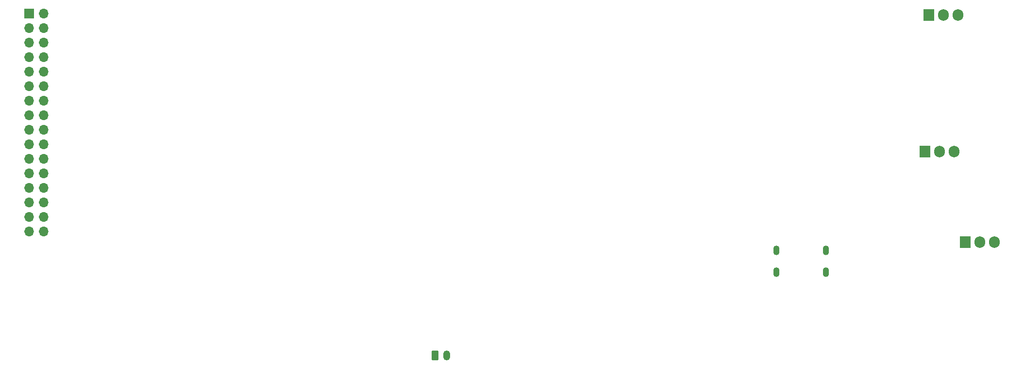
<source format=gbr>
%TF.GenerationSoftware,KiCad,Pcbnew,9.0.0*%
%TF.CreationDate,2025-03-28T10:26:18+02:00*%
%TF.ProjectId,MicroMousePower,4d696372-6f4d-46f7-9573-65506f776572,rev?*%
%TF.SameCoordinates,Original*%
%TF.FileFunction,Copper,L2,Bot*%
%TF.FilePolarity,Positive*%
%FSLAX46Y46*%
G04 Gerber Fmt 4.6, Leading zero omitted, Abs format (unit mm)*
G04 Created by KiCad (PCBNEW 9.0.0) date 2025-03-28 10:26:18*
%MOMM*%
%LPD*%
G01*
G04 APERTURE LIST*
G04 Aperture macros list*
%AMRoundRect*
0 Rectangle with rounded corners*
0 $1 Rounding radius*
0 $2 $3 $4 $5 $6 $7 $8 $9 X,Y pos of 4 corners*
0 Add a 4 corners polygon primitive as box body*
4,1,4,$2,$3,$4,$5,$6,$7,$8,$9,$2,$3,0*
0 Add four circle primitives for the rounded corners*
1,1,$1+$1,$2,$3*
1,1,$1+$1,$4,$5*
1,1,$1+$1,$6,$7*
1,1,$1+$1,$8,$9*
0 Add four rect primitives between the rounded corners*
20,1,$1+$1,$2,$3,$4,$5,0*
20,1,$1+$1,$4,$5,$6,$7,0*
20,1,$1+$1,$6,$7,$8,$9,0*
20,1,$1+$1,$8,$9,$2,$3,0*%
G04 Aperture macros list end*
%TA.AperFunction,ComponentPad*%
%ADD10R,1.905000X2.000000*%
%TD*%
%TA.AperFunction,ComponentPad*%
%ADD11O,1.905000X2.000000*%
%TD*%
%TA.AperFunction,ComponentPad*%
%ADD12RoundRect,0.250000X-0.350000X-0.625000X0.350000X-0.625000X0.350000X0.625000X-0.350000X0.625000X0*%
%TD*%
%TA.AperFunction,ComponentPad*%
%ADD13O,1.200000X1.750000*%
%TD*%
%TA.AperFunction,HeatsinkPad*%
%ADD14O,1.100000X1.700000*%
%TD*%
%TA.AperFunction,ComponentPad*%
%ADD15R,1.700000X1.700000*%
%TD*%
%TA.AperFunction,ComponentPad*%
%ADD16O,1.700000X1.700000*%
%TD*%
G04 APERTURE END LIST*
D10*
%TO.P,Q3,1,B*%
%TO.N,Net-(Q3-B)*%
X228600000Y-85725000D03*
D11*
%TO.P,Q3,2,C*%
%TO.N,+BATT*%
X231140000Y-85725000D03*
%TO.P,Q3,3,E*%
%TO.N,/EXT_LOAD2_OUT*%
X233680000Y-85725000D03*
%TD*%
D12*
%TO.P,J3,1,Pin_1*%
%TO.N,+BATT*%
X136200000Y-105480000D03*
D13*
%TO.P,J3,2,Pin_2*%
%TO.N,-BATT*%
X138200000Y-105480000D03*
%TD*%
D10*
%TO.P,Q1,1,B*%
%TO.N,Net-(Q1-B)*%
X222250000Y-46030000D03*
D11*
%TO.P,Q1,2,C*%
%TO.N,+BATT*%
X224790000Y-46030000D03*
%TO.P,Q1,3,E*%
%TO.N,/EXT_LOAD1_OUT*%
X227330000Y-46030000D03*
%TD*%
D10*
%TO.P,Q2,1,B*%
%TO.N,Net-(Q2-B)*%
X221615000Y-69850000D03*
D11*
%TO.P,Q2,2,C*%
%TO.N,/5V*%
X224155000Y-69850000D03*
%TO.P,Q2,3,E*%
%TO.N,+BATT*%
X226695000Y-69850000D03*
%TD*%
D14*
%TO.P,J1,S1,SHIELD*%
%TO.N,-BATT*%
X195705000Y-87170000D03*
X195705000Y-90970000D03*
X204345000Y-87170000D03*
X204345000Y-90970000D03*
%TD*%
D15*
%TO.P,J2,1,Pin_1*%
%TO.N,/MOTOR2_B_OUT*%
X65405000Y-45720000D03*
D16*
%TO.P,J2,2,Pin_2*%
%TO.N,/MOTOR2_A_OUT*%
X67945000Y-45720000D03*
%TO.P,J2,3,Pin_3*%
%TO.N,/MOTOR4_A_OUT*%
X65405000Y-48260000D03*
%TO.P,J2,4,Pin_4*%
%TO.N,/MOTOR2_CTRL1*%
X67945000Y-48260000D03*
%TO.P,J2,5,Pin_5*%
%TO.N,/MOTOR4_B_OUT*%
X65405000Y-50800000D03*
%TO.P,J2,6,Pin_6*%
%TO.N,/MOTOR2_CTRL2*%
X67945000Y-50800000D03*
%TO.P,J2,7,Pin_7*%
%TO.N,/CTRL_EXT_LOAD2*%
X65405000Y-53340000D03*
%TO.P,J2,8,Pin_8*%
%TO.N,/MOTOR4_CTRL1*%
X67945000Y-53340000D03*
%TO.P,J2,9,Pin_9*%
%TO.N,/USART2_RX*%
X65405000Y-55880000D03*
%TO.P,J2,10,Pin_10*%
%TO.N,/MOTOR4_CTRL2*%
X67945000Y-55880000D03*
%TO.P,J2,11,Pin_11*%
%TO.N,/EXT_LOAD2_OUT*%
X65405000Y-58420000D03*
%TO.P,J2,12,Pin_12*%
%TO.N,/USART2_TX*%
X67945000Y-58420000D03*
%TO.P,J2,13,Pin_13*%
%TO.N,/FAST_CHARGE_CTRL*%
X65405000Y-60960000D03*
%TO.P,J2,14,Pin_14*%
%TO.N,+BATT*%
X67945000Y-60960000D03*
%TO.P,J2,15,Pin_15*%
%TO.N,unconnected-(J2-Pin_15-Pad15)*%
X65405000Y-63500000D03*
%TO.P,J2,16,Pin_16*%
%TO.N,/I2C1_SCL*%
X67945000Y-63500000D03*
%TO.P,J2,17,Pin_17*%
%TO.N,/I2C1_SDA*%
X65405000Y-66040000D03*
%TO.P,J2,18,Pin_18*%
%TO.N,/3V3*%
X67945000Y-66040000D03*
%TO.P,J2,19,Pin_19*%
%TO.N,-BATT*%
X65405000Y-68580000D03*
%TO.P,J2,20,Pin_20*%
%TO.N,/5V*%
X67945000Y-68580000D03*
%TO.P,J2,21,Pin_21*%
%TO.N,/EXT_LOAD1_OUT*%
X65405000Y-71120000D03*
%TO.P,J2,22,Pin_22*%
%TO.N,/9V*%
X67945000Y-71120000D03*
%TO.P,J2,23,Pin_23*%
%TO.N,-BATT*%
X65405000Y-73660000D03*
%TO.P,J2,24,Pin_24*%
%TO.N,/MOTOR3_CTRL1*%
X67945000Y-73660000D03*
%TO.P,J2,25,Pin_25*%
%TO.N,/CTRL_EXT_LOAD1*%
X65405000Y-76200000D03*
%TO.P,J2,26,Pin_26*%
%TO.N,/MOTOR3_CTRL2*%
X67945000Y-76200000D03*
%TO.P,J2,27,Pin_27*%
%TO.N,/MOTOR3_A_OUT*%
X65405000Y-78740000D03*
%TO.P,J2,28,Pin_28*%
%TO.N,/MOTOR1_CTRL1*%
X67945000Y-78740000D03*
%TO.P,J2,29,Pin_29*%
%TO.N,/MOTOR3_B_OUT*%
X65405000Y-81280000D03*
%TO.P,J2,30,Pin_30*%
%TO.N,/MOTOR1_CTRL2*%
X67945000Y-81280000D03*
%TO.P,J2,31,Pin_31*%
%TO.N,/MOTOR1_B_OUT*%
X65405000Y-83820000D03*
%TO.P,J2,32,Pin_32*%
%TO.N,/MOTOR1_A_OUT*%
X67945000Y-83820000D03*
%TD*%
M02*

</source>
